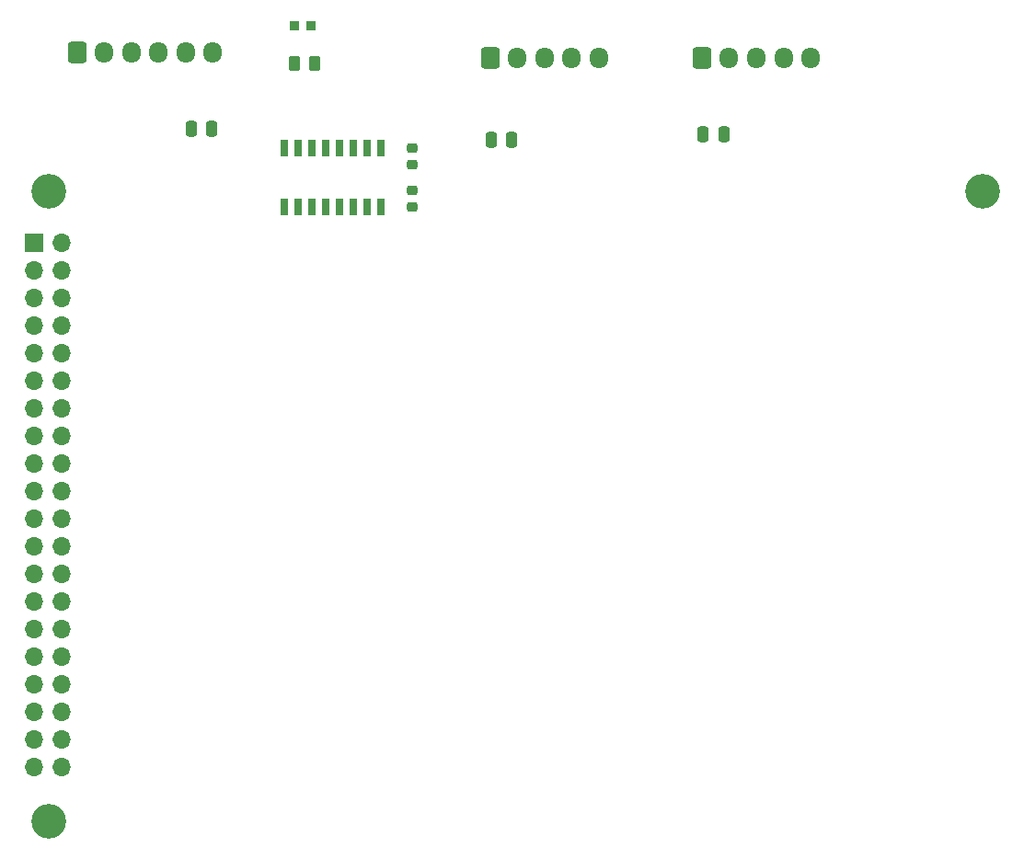
<source format=gts>
%TF.GenerationSoftware,KiCad,Pcbnew,8.0.1*%
%TF.CreationDate,2024-06-27T20:22:44+09:00*%
%TF.ProjectId,GPIO_board,4750494f-5f62-46f6-9172-642e6b696361,rev?*%
%TF.SameCoordinates,Original*%
%TF.FileFunction,Soldermask,Top*%
%TF.FilePolarity,Negative*%
%FSLAX46Y46*%
G04 Gerber Fmt 4.6, Leading zero omitted, Abs format (unit mm)*
G04 Created by KiCad (PCBNEW 8.0.1) date 2024-06-27 20:22:44*
%MOMM*%
%LPD*%
G01*
G04 APERTURE LIST*
G04 Aperture macros list*
%AMRoundRect*
0 Rectangle with rounded corners*
0 $1 Rounding radius*
0 $2 $3 $4 $5 $6 $7 $8 $9 X,Y pos of 4 corners*
0 Add a 4 corners polygon primitive as box body*
4,1,4,$2,$3,$4,$5,$6,$7,$8,$9,$2,$3,0*
0 Add four circle primitives for the rounded corners*
1,1,$1+$1,$2,$3*
1,1,$1+$1,$4,$5*
1,1,$1+$1,$6,$7*
1,1,$1+$1,$8,$9*
0 Add four rect primitives between the rounded corners*
20,1,$1+$1,$2,$3,$4,$5,0*
20,1,$1+$1,$4,$5,$6,$7,0*
20,1,$1+$1,$6,$7,$8,$9,0*
20,1,$1+$1,$8,$9,$2,$3,0*%
G04 Aperture macros list end*
%ADD10RoundRect,0.225000X-0.250000X0.225000X-0.250000X-0.225000X0.250000X-0.225000X0.250000X0.225000X0*%
%ADD11RoundRect,0.250000X-0.600000X-0.725000X0.600000X-0.725000X0.600000X0.725000X-0.600000X0.725000X0*%
%ADD12O,1.700000X1.950000*%
%ADD13C,3.200000*%
%ADD14RoundRect,0.250000X0.250000X0.475000X-0.250000X0.475000X-0.250000X-0.475000X0.250000X-0.475000X0*%
%ADD15R,0.650000X1.550000*%
%ADD16R,1.700000X1.700000*%
%ADD17O,1.700000X1.700000*%
%ADD18RoundRect,0.225000X0.250000X-0.225000X0.250000X0.225000X-0.250000X0.225000X-0.250000X-0.225000X0*%
%ADD19RoundRect,0.250000X-0.262500X-0.450000X0.262500X-0.450000X0.262500X0.450000X-0.262500X0.450000X0*%
%ADD20R,0.900000X0.950000*%
G04 APERTURE END LIST*
D10*
%TO.C,C3*%
X93325000Y-67175000D03*
X93325000Y-68725000D03*
%TD*%
D11*
%TO.C,J1*%
X120000000Y-54975000D03*
D12*
X122500000Y-54975000D03*
X125000000Y-54975000D03*
X127500000Y-54975000D03*
X130000000Y-54975000D03*
%TD*%
D11*
%TO.C,J3*%
X62500000Y-54500000D03*
D12*
X65000000Y-54500000D03*
X67500000Y-54500000D03*
X70000000Y-54500000D03*
X72500000Y-54500000D03*
X75000000Y-54500000D03*
%TD*%
D13*
%TO.C,H1*%
X145850000Y-67230000D03*
%TD*%
D14*
%TO.C,C5*%
X74900000Y-61500000D03*
X73000000Y-61500000D03*
%TD*%
%TO.C,C4*%
X122000000Y-62000000D03*
X120100000Y-62000000D03*
%TD*%
D15*
%TO.C,IC1*%
X90445000Y-63275000D03*
X89175000Y-63275000D03*
X87905000Y-63275000D03*
X86635000Y-63275000D03*
X85365000Y-63275000D03*
X84095000Y-63275000D03*
X82825000Y-63275000D03*
X81555000Y-63275000D03*
X81555000Y-68725000D03*
X82825000Y-68725000D03*
X84095000Y-68725000D03*
X85365000Y-68725000D03*
X86635000Y-68725000D03*
X87905000Y-68725000D03*
X89175000Y-68725000D03*
X90445000Y-68725000D03*
%TD*%
D16*
%TO.C,J4*%
X58500000Y-72000000D03*
D17*
X61040000Y-72000000D03*
X58500000Y-74540000D03*
X61040000Y-74540000D03*
X58500000Y-77080000D03*
X61040000Y-77080000D03*
X58500000Y-79620000D03*
X61040000Y-79620000D03*
X58500000Y-82160000D03*
X61040000Y-82160000D03*
X58500000Y-84700000D03*
X61040000Y-84700000D03*
X58500000Y-87240000D03*
X61040000Y-87240000D03*
X58500000Y-89780000D03*
X61040000Y-89780000D03*
X58500000Y-92320000D03*
X61040000Y-92320000D03*
X58500000Y-94860000D03*
X61040000Y-94860000D03*
X58500000Y-97400000D03*
X61040000Y-97400000D03*
X58500000Y-99940000D03*
X61040000Y-99940000D03*
X58500000Y-102480000D03*
X61040000Y-102480000D03*
X58500000Y-105020000D03*
X61040000Y-105020000D03*
X58500000Y-107560000D03*
X61040000Y-107560000D03*
X58500000Y-110100000D03*
X61040000Y-110100000D03*
X58500000Y-112640000D03*
X61040000Y-112640000D03*
X58500000Y-115180000D03*
X61040000Y-115180000D03*
X58500000Y-117720000D03*
X61040000Y-117720000D03*
X58500000Y-120260000D03*
X61040000Y-120260000D03*
%TD*%
D14*
%TO.C,C1*%
X102500000Y-62500000D03*
X100600000Y-62500000D03*
%TD*%
D18*
%TO.C,C2*%
X93325000Y-64775000D03*
X93325000Y-63225000D03*
%TD*%
D19*
%TO.C,R1*%
X82500000Y-55500000D03*
X84325000Y-55500000D03*
%TD*%
D11*
%TO.C,J2*%
X100500000Y-55000000D03*
D12*
X103000000Y-55000000D03*
X105500000Y-55000000D03*
X108000000Y-55000000D03*
X110500000Y-55000000D03*
%TD*%
D13*
%TO.C,H2*%
X59850000Y-67230000D03*
%TD*%
D20*
%TO.C,D1*%
X82500000Y-52000000D03*
X84000000Y-52000000D03*
%TD*%
D13*
%TO.C,H3*%
X59850000Y-125230000D03*
%TD*%
M02*

</source>
